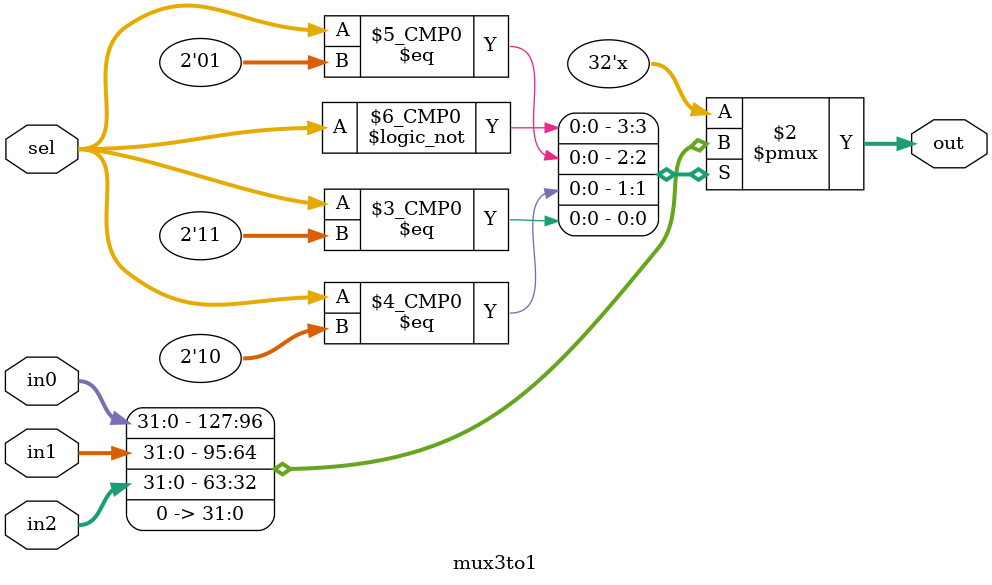
<source format=v>
`timescale 1ns / 1ps
module mux3to1(out, in0, in1, in2, sel);

output [31:0] out;
reg [31:0] out;
input [31:0] in0, in1,in2;
input [1:0]sel;

always @(in0, in1, in2, sel)begin
	case(sel)
		0: out = in0;
		1: out = in1;
		2: out = in2;
		3: out = 32'b0;
	endcase
end 
endmodule

</source>
